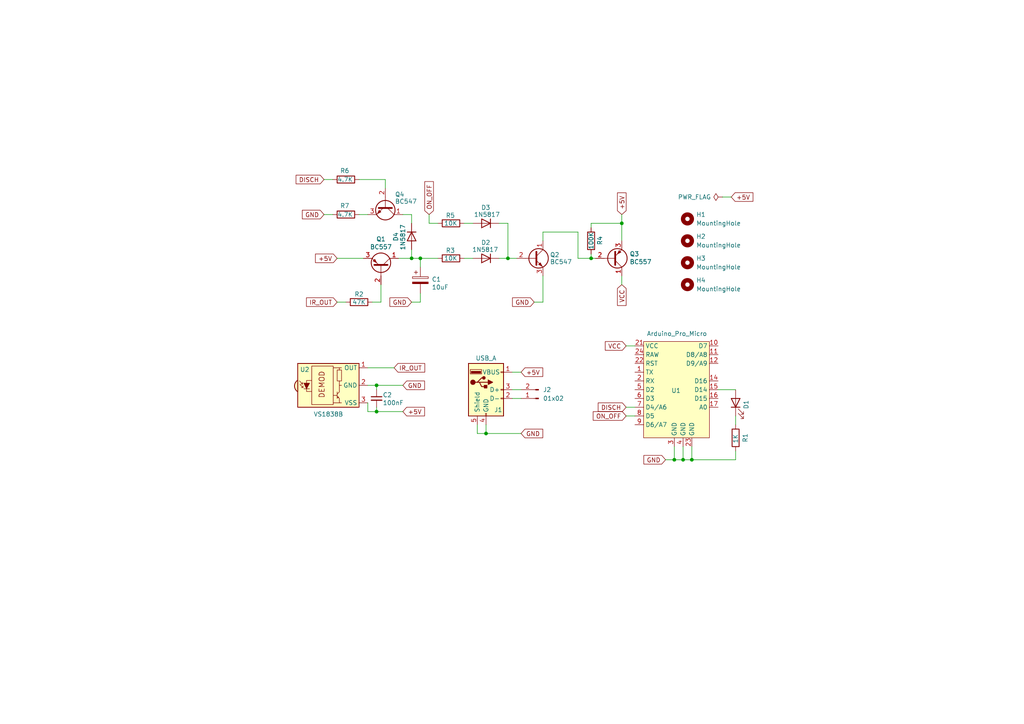
<source format=kicad_sch>
(kicad_sch (version 20250114) (generator "eeschema") (generator_version "9.0")
  (paper "A4")
  (lib_symbols
    (symbol "Connector:Conn_01x02_Pin" (pin_names (offset 1.016) (hide yes))
      (property "Reference" "J" (at 0 2.54 0))
      (property "Value" "Conn_01x02_Pin" (at 0 -5.08 0))
      (symbol "Conn_01x02_Pin_1_1"
        (rectangle (start 0.8636 0.127) (end 0 -0.127) (stroke (width 0.1524)) (fill (type outline)))
        (rectangle (start 0.8636 -2.413) (end 0 -2.667) (stroke (width 0.1524)) (fill (type outline)))
        (polyline (pts (xy 1.27 0) (xy 0.8636 0)) (stroke (width 0.1524)))
        (polyline (pts (xy 1.27 -2.54) (xy 0.8636 -2.54)) (stroke (width 0.1524)))
        (pin passive line (at 5.08 0 180) (length 3.81) (name "Pin_1") (number "1"))
        (pin passive line (at 5.08 -2.54 180) (length 3.81) (name "Pin_2") (number "2"))
      )
    )
    (symbol "Connector:USB_A" (pin_names (offset 1.016))
      (property "Reference" "J1" (at 0 12.7 0))
      (property "Value" "USB_A" (at 0 10.16 0))
      (symbol "USB_A_0_1"
        (rectangle (start -5.08 -7.62) (end 5.08 7.62) (stroke (width 0.254)) (fill (type background)))
        (circle (center -3.81 2.159) (radius 0.635) (stroke (width 0.254)) (fill (type outline)))
        (polyline (pts (xy -3.175 2.159) (xy -2.54 2.159) (xy -1.27 3.429) (xy -0.635 3.429)) (stroke (width 0.254)))
        (polyline (pts (xy -2.54 2.159) (xy -1.905 2.159) (xy -1.27 0.889) (xy 0 0.889)) (stroke (width 0.254)))
        (rectangle (start -1.524 4.826) (end -4.318 5.334) (fill (type outline)))
        (rectangle (start -1.27 4.572) (end -4.572 5.842))
        (circle (center -0.635 3.429) (radius 0.381) (stroke (width 0.254)) (fill (type outline)))
        (rectangle (start -0.127 -7.62) (end 0.127 -6.858))
        (rectangle (start 0.254 1.27) (end -0.508 0.508) (stroke (width 0.254)) (fill (type outline)))
        (polyline (pts (xy 0.635 2.794) (xy 0.635 1.524) (xy 1.905 2.159) (xy 0.635 2.794)) (stroke (width 0.254)) (fill (type outline)))
        (rectangle (start 5.08 4.953) (end 4.318 5.207))
        (rectangle (start 5.08 -0.127) (end 4.318 0.127))
        (rectangle (start 5.08 -2.667) (end 4.318 -2.413))
      )
      (symbol "USB_A_1_1"
        (polyline (pts (xy -1.905 2.159) (xy 0.635 2.159)) (stroke (width 0.254)))
        (pin passive line (at -2.54 -10.16 90) (length 2.54) (name "Shield") (number "5"))
        (pin passive line (at 0 -10.16 90) (length 2.54) (name "GND") (number "4"))
        (pin power_in line (at 7.62 5.08 180) (length 2.54) (name "VBUS") (number "1"))
        (pin free line (at 7.62 0 180) (length 2.54) (name "D+") (number "3"))
        (pin free line (at 7.62 -2.54 180) (length 2.54) (name "D-") (number "2"))
      )
    )
    (symbol "Custom:VS1838B"
      (property "Reference" "U2" (at -8.128 4.572 0))
      (property "Value" "VS1838B" (at -1.27 -8.382 0))
      (symbol "VS1838B_0_0"
        (arc (start -10.287 -1.778) (mid -11.0899 -0.1905) (end -10.287 1.397) (stroke (width 0.254)) (fill (type background)))
        (polyline (pts (xy 1.905 5.08) (xy 0.127 5.08)))
        (polyline (pts (xy 1.905 -5.08) (xy 0.127 -5.08)))
        (text "DEMOD" (at -3.175 0.254 900) (effects (font (size 1.524 1.524))))
      )
      (symbol "VS1838B_0_1"
        (polyline (pts (xy -8.763 0.381) (xy -9.652 1.27)))
        (polyline (pts (xy -8.763 0.381) (xy -9.271 0.381)))
        (polyline (pts (xy -8.763 0.381) (xy -8.763 0.889)))
        (polyline (pts (xy -8.636 -0.635) (xy -9.525 0.254)))
        (polyline (pts (xy -8.636 -0.635) (xy -9.144 -0.635)))
        (polyline (pts (xy -8.636 -0.635) (xy -8.636 -0.127)))
        (polyline (pts (xy -8.382 0.635) (xy -6.731 0.635) (xy -7.62 -1.016) (xy -8.382 0.635)) (fill (type outline)))
        (polyline (pts (xy -8.382 -1.016) (xy -6.731 -1.016)))
        (rectangle (start -6.096 5.588) (end 0.127 -5.588))
        (polyline (pts (xy -6.096 1.397) (xy -7.62 1.397) (xy -7.62 -1.778) (xy -6.096 -1.778)))
        (polyline (pts (xy 1.27 -1.905) (xy 1.27 -3.81)))
        (polyline (pts (xy 1.27 -2.54) (xy 1.905 -1.905) (xy 1.905 0) (xy 2.54 0)))
        (polyline (pts (xy 1.27 -2.921) (xy 0.127 -2.921)))
        (polyline (pts (xy 1.27 -3.175) (xy 1.905 -3.81) (xy 1.905 -5.08) (xy 2.54 -5.08)))
        (polyline (pts (xy 1.397 -3.556) (xy 1.524 -3.556)))
        (polyline (pts (xy 1.651 -3.556) (xy 1.524 -3.556)))
        (polyline (pts (xy 1.651 -3.556) (xy 1.651 -3.302)))
        (polyline (pts (xy 1.905 4.445) (xy 1.905 5.08) (xy 2.54 5.08)))
        (polyline (pts (xy 1.905 0) (xy 1.905 1.27)))
        (rectangle (start 2.54 1.27) (end 1.27 4.445))
        (rectangle (start 7.62 6.35) (end -10.16 -6.35) (stroke (width 0.254)) (fill (type background)))
      )
      (symbol "VS1838B_1_1"
        (pin output line (at 10.16 5.08 180) (length 2.54) (name "OUT") (number "1"))
        (pin passive line (at 10.16 0 180) (length 2.54) (name "GND") (number "2"))
        (pin power_in line (at 10.16 -5.08 180) (length 2.54) (name "VSS") (number "3"))
      )
    )
    (symbol "Device:C_Polarized" (pin_numbers (hide yes)) (pin_names (offset 0.254))
      (property "Reference" "C" (at 0.635 2.54 0))
      (property "Value" "C_Polarized" (at 0.635 -2.54 0))
      (symbol "C_Polarized_0_1"
        (rectangle (start -2.286 0.508) (end 2.286 1.016))
        (polyline (pts (xy -1.778 2.286) (xy -0.762 2.286)))
        (polyline (pts (xy -1.27 2.794) (xy -1.27 1.778)))
        (rectangle (start 2.286 -0.508) (end -2.286 -1.016) (fill (type outline)))
      )
      (symbol "C_Polarized_1_1"
        (pin passive line (at 0 3.81 270) (length 2.794) (name "~") (number "1"))
        (pin passive line (at 0 -3.81 90) (length 2.794) (name "~") (number "2"))
      )
    )
    (symbol "Device:D" (pin_numbers (hide yes)) (pin_names (offset 1.016) (hide yes))
      (property "Reference" "D" (at 0 2.54 0))
      (property "Value" "D" (at 0 -2.54 0))
      (symbol "D_0_1"
        (polyline (pts (xy -1.27 1.27) (xy -1.27 -1.27)) (stroke (width 0.254)))
        (polyline (pts (xy 1.27 1.27) (xy 1.27 -1.27) (xy -1.27 0) (xy 1.27 1.27)) (stroke (width 0.254)))
        (polyline (pts (xy 1.27 0) (xy -1.27 0)))
      )
      (symbol "D_1_1"
        (pin passive line (at -3.81 0 0) (length 2.54) (name "K") (number "1"))
        (pin passive line (at 3.81 0 180) (length 2.54) (name "A") (number "2"))
      )
    )
    (symbol "Device:LED" (pin_numbers (hide yes)) (pin_names (offset 1.016) (hide yes))
      (property "Reference" "D" (at 0 2.54 0))
      (property "Value" "LED" (at 0 -2.54 0))
      (symbol "LED_0_1"
        (polyline (pts (xy -3.048 -0.762) (xy -4.572 -2.286) (xy -3.81 -2.286) (xy -4.572 -2.286) (xy -4.572 -1.524)))
        (polyline (pts (xy -1.778 -0.762) (xy -3.302 -2.286) (xy -2.54 -2.286) (xy -3.302 -2.286) (xy -3.302 -1.524)))
        (polyline (pts (xy -1.27 0) (xy 1.27 0)))
        (polyline (pts (xy -1.27 -1.27) (xy -1.27 1.27)) (stroke (width 0.254)))
        (polyline (pts (xy 1.27 -1.27) (xy 1.27 1.27) (xy -1.27 0) (xy 1.27 -1.27)) (stroke (width 0.254)))
      )
      (symbol "LED_1_1"
        (pin passive line (at -3.81 0 0) (length 2.54) (name "K") (number "1"))
        (pin passive line (at 3.81 0 180) (length 2.54) (name "A") (number "2"))
      )
    )
    (symbol "Device:R" (pin_numbers (hide yes)) (pin_names (offset 0))
      (property "Reference" "R" (at 2.032 0 90))
      (property "Value" "R" (at 0 0 90))
      (symbol "R_0_1"
        (rectangle (start -1.016 -2.54) (end 1.016 2.54) (stroke (width 0.254)))
      )
      (symbol "R_1_1"
        (pin passive line (at 0 3.81 270) (length 1.27) (name "~") (number "1"))
        (pin passive line (at 0 -3.81 90) (length 1.27) (name "~") (number "2"))
      )
    )
    (symbol "Mechanical:MountingHole" (pin_names (offset 1.016)) (in_bom no)
      (property "Reference" "H" (at 0 5.08 0))
      (property "Value" "MountingHole" (at 0 3.175 0))
      (symbol "MountingHole_0_1"
        (circle (center 0 0) (radius 1.27) (stroke (width 1.27)))
      )
    )
    (symbol "PCM_SparkFun-Board:ProMicroC"
      (property "Reference" "U1" (at 9.398 -15.494 0))
      (property "Value" "Arduino_Pro_Micro" (at 9.652 1.016 0))
      (symbol "ProMicroC_1_1"
        (rectangle (start 0 -1.27) (end 19.05 -29.21) (fill (type background)))
        (pin input line (at -2.54 -2.54 0) (length 2.54) (name "VCC") (number "21"))
        (pin free line (at -2.54 -5.08 0) (length 2.54) (name "RAW") (number "24"))
        (pin free line (at -2.54 -7.62 0) (length 2.54) (name "RST") (number "22"))
        (pin free line (at -2.54 -10.16 0) (length 2.54) (name "TX") (number "1"))
        (pin free line (at -2.54 -12.7 0) (length 2.54) (name "RX") (number "2"))
        (pin free line (at -2.54 -15.24 0) (length 2.54) (name "D2") (number "5"))
        (pin free line (at -2.54 -17.78 0) (length 2.54) (name "D3") (number "6"))
        (pin free line (at -2.54 -20.32 0) (length 2.54) (name "D4/A6") (number "7"))
        (pin free line (at -2.54 -22.86 0) (length 2.54) (name "D5") (number "8"))
        (pin free line (at -2.54 -25.4 0) (length 2.54) (name "D6/A7") (number "9"))
        (pin passive line (at 8.89 -31.75 90) (length 2.54) (name "GND") (number "3"))
        (pin passive line (at 11.43 -31.75 90) (length 2.54) (name "GND") (number "4"))
        (pin passive line (at 13.97 -31.75 90) (length 2.54) (name "GND") (number "23"))
        (pin free line (at 21.59 -2.54 180) (length 2.54) (name "D7") (number "10"))
        (pin free line (at 21.59 -5.08 180) (length 2.54) (name "D8/A8") (number "11"))
        (pin free line (at 21.59 -7.62 180) (length 2.54) (name "D9/A9") (number "12"))
        (pin free line (at 21.59 -12.7 180) (length 2.54) (name "D16") (number "14"))
        (pin input line (at 21.59 -15.24 180) (length 2.54) (name "D14") (number "15"))
        (pin free line (at 21.59 -17.78 180) (length 2.54) (name "D15") (number "16"))
        (pin free line (at 21.59 -20.32 180) (length 2.54) (name "A0") (number "17"))
      )
    )
    (symbol "PCM_SparkFun-Capacitor:C" (pin_numbers (hide yes)) (pin_names (offset 0.254))
      (property "Reference" "C" (at 0.635 2.54 0))
      (property "Value" "C" (at 0.635 -2.54 0))
      (property "Voltage" "1kV" (at 0 -6.35 0))
      (property "Tolerance" "100%" (at 0 -8.89 0))
      (symbol "C_0_1"
        (polyline (pts (xy -1.524 0.508) (xy 1.524 0.508)) (stroke (width 0.3048)))
        (polyline (pts (xy -1.524 -0.508) (xy 1.524 -0.508)) (stroke (width 0.3302)))
      )
      (symbol "C_1_1"
        (pin passive line (at 0 2.54 270) (length 2.032) (name "~") (number "1"))
        (pin passive line (at 0 -2.54 90) (length 2.032) (name "~") (number "2"))
      )
    )
    (symbol "Transistor_BJT:BC547" (pin_names (offset 0) (hide yes))
      (property "Reference" "Q" (at 5.08 1.905 0))
      (property "Value" "BC547" (at 5.08 0 0))
      (symbol "BC547_0_1"
        (polyline (pts (xy -2.54 0) (xy 0.635 0)))
        (polyline (pts (xy 0.635 1.905) (xy 0.635 -1.905)) (stroke (width 0.508)))
        (circle (center 1.27 0) (radius 2.8194) (stroke (width 0.254)))
      )
      (symbol "BC547_1_1"
        (polyline (pts (xy 0.635 0.635) (xy 2.54 2.54)))
        (polyline (pts (xy 0.635 -0.635) (xy 2.54 -2.54)))
        (polyline (pts (xy 1.27 -1.778) (xy 1.778 -1.27) (xy 2.286 -2.286) (xy 1.27 -1.778)) (fill (type outline)))
        (pin input line (at -5.08 0 0) (length 2.54) (name "B") (number "2"))
        (pin passive line (at 2.54 5.08 270) (length 2.54) (name "C") (number "1"))
        (pin passive line (at 2.54 -5.08 90) (length 2.54) (name "E") (number "3"))
      )
    )
    (symbol "Transistor_BJT:BC557" (pin_names (offset 0) (hide yes))
      (property "Reference" "Q" (at 5.08 1.905 0))
      (property "Value" "BC557" (at 5.08 0 0))
      (symbol "BC557_0_1"
        (polyline (pts (xy -2.54 0) (xy 0.635 0)))
        (polyline (pts (xy 0.635 1.905) (xy 0.635 -1.905)) (stroke (width 0.508)))
        (polyline (pts (xy 0.635 0.635) (xy 2.54 2.54)))
        (polyline (pts (xy 0.635 -0.635) (xy 2.54 -2.54)))
        (circle (center 1.27 0) (radius 2.8194) (stroke (width 0.254)))
        (polyline (pts (xy 2.286 -1.778) (xy 1.778 -2.286) (xy 1.27 -1.27) (xy 2.286 -1.778)) (fill (type outline)))
      )
      (symbol "BC557_1_1"
        (pin input line (at -5.08 0 0) (length 2.54) (name "B") (number "2"))
        (pin passive line (at 2.54 5.08 270) (length 2.54) (name "C") (number "1"))
        (pin passive line (at 2.54 -5.08 90) (length 2.54) (name "E") (number "3"))
      )
    )
    (symbol "power:PWR_FLAG" (power) (pin_numbers (hide yes)) (pin_names (offset 0) (hide yes))
      (property "Value" "PWR_FLAG" (at 0 3.81 0))
      (symbol "PWR_FLAG_0_0"
        (pin power_out line (at 0 0 90) (length 0) (name "~") (number "1"))
      )
      (symbol "PWR_FLAG_0_1"
        (polyline (pts (xy 0 0) (xy 0 1.27) (xy -1.016 1.905) (xy 0 2.54) (xy 1.016 1.905) (xy 0 1.27)))
      )
    )
  )
  (junction (at 180.34 64.77))
  (junction (at 147.32 74.93))
  (junction (at 121.92 74.93))
  (junction (at 109.22 111.76))
  (junction (at 171.45 74.93))
  (junction (at 140.97 125.73))
  (junction (at 200.66 133.35))
  (junction (at 195.58 133.35))
  (junction (at 198.12 133.35))
  (junction (at 109.22 119.38))
  (junction (at 119.38 74.93))
  (wire (pts (xy 200.66 133.35) (xy 200.66 129.54)))
  (wire (pts (xy 116.84 111.76) (xy 109.22 111.76)))
  (wire (pts (xy 121.92 85.09) (xy 121.92 87.63)))
  (wire (pts (xy 124.46 64.77) (xy 127 64.77)))
  (wire (pts (xy 144.78 74.93) (xy 147.32 74.93)))
  (wire (pts (xy 151.13 125.73) (xy 140.97 125.73)))
  (wire (pts (xy 93.98 62.23) (xy 96.52 62.23)))
  (wire (pts (xy 119.38 87.63) (xy 121.92 87.63)))
  (wire (pts (xy 93.98 52.07) (xy 96.52 52.07)))
  (wire (pts (xy 119.38 72.39) (xy 119.38 74.93)))
  (wire (pts (xy 121.92 74.93) (xy 127 74.93)))
  (wire (pts (xy 147.32 64.77) (xy 147.32 74.93)))
  (wire (pts (xy 154.94 87.63) (xy 157.48 87.63)))
  (wire (pts (xy 180.34 80.01) (xy 180.34 82.55)))
  (wire (pts (xy 167.64 67.31) (xy 167.64 74.93)))
  (wire (pts (xy 180.34 62.23) (xy 180.34 64.77)))
  (wire (pts (xy 134.62 74.93) (xy 137.16 74.93)))
  (wire (pts (xy 157.48 67.31) (xy 167.64 67.31)))
  (wire (pts (xy 115.57 74.93) (xy 119.38 74.93)))
  (wire (pts (xy 195.58 133.35) (xy 195.58 129.54)))
  (wire (pts (xy 107.95 87.63) (xy 110.49 87.63)))
  (wire (pts (xy 116.84 119.38) (xy 109.22 119.38)))
  (wire (pts (xy 171.45 64.77) (xy 180.34 64.77)))
  (wire (pts (xy 181.61 100.33) (xy 184.15 100.33)))
  (wire (pts (xy 167.64 74.93) (xy 171.45 74.93)))
  (wire (pts (xy 171.45 66.04) (xy 171.45 64.77)))
  (wire (pts (xy 104.14 62.23) (xy 106.68 62.23)))
  (wire (pts (xy 138.43 123.19) (xy 138.43 125.73)))
  (wire (pts (xy 181.61 118.11) (xy 184.15 118.11)))
  (wire (pts (xy 119.38 62.23) (xy 119.38 64.77)))
  (wire (pts (xy 157.48 80.01) (xy 157.48 87.63)))
  (wire (pts (xy 213.36 133.35) (xy 213.36 130.81)))
  (wire (pts (xy 124.46 62.23) (xy 124.46 64.77)))
  (wire (pts (xy 181.61 120.65) (xy 184.15 120.65)))
  (wire (pts (xy 157.48 69.85) (xy 157.48 67.31)))
  (wire (pts (xy 148.59 107.95) (xy 151.13 107.95)))
  (wire (pts (xy 106.68 119.38) (xy 106.68 116.84)))
  (wire (pts (xy 109.22 113.03) (xy 109.22 111.76)))
  (wire (pts (xy 138.43 125.73) (xy 140.97 125.73)))
  (wire (pts (xy 119.38 62.23) (xy 116.84 62.23)))
  (wire (pts (xy 209.55 57.15) (xy 212.09 57.15)))
  (wire (pts (xy 180.34 64.77) (xy 180.34 69.85)))
  (wire (pts (xy 147.32 74.93) (xy 149.86 74.93)))
  (wire (pts (xy 171.45 74.93) (xy 172.72 74.93)))
  (wire (pts (xy 104.14 52.07) (xy 111.76 52.07)))
  (wire (pts (xy 148.59 113.03) (xy 151.13 113.03)))
  (wire (pts (xy 213.36 120.65) (xy 213.36 123.19)))
  (wire (pts (xy 198.12 133.35) (xy 198.12 129.54)))
  (wire (pts (xy 97.79 74.93) (xy 105.41 74.93)))
  (wire (pts (xy 97.79 87.63) (xy 100.33 87.63)))
  (wire (pts (xy 119.38 74.93) (xy 121.92 74.93)))
  (wire (pts (xy 121.92 74.93) (xy 121.92 77.47)))
  (wire (pts (xy 208.28 113.03) (xy 213.36 113.03)))
  (wire (pts (xy 110.49 87.63) (xy 110.49 82.55)))
  (wire (pts (xy 200.66 133.35) (xy 213.36 133.35)))
  (wire (pts (xy 148.59 115.57) (xy 151.13 115.57)))
  (wire (pts (xy 106.68 119.38) (xy 109.22 119.38)))
  (wire (pts (xy 106.68 111.76) (xy 109.22 111.76)))
  (wire (pts (xy 193.04 133.35) (xy 195.58 133.35)))
  (wire (pts (xy 109.22 119.38) (xy 109.22 118.11)))
  (wire (pts (xy 198.12 133.35) (xy 200.66 133.35)))
  (wire (pts (xy 114.3 106.68) (xy 106.68 106.68)))
  (wire (pts (xy 195.58 133.35) (xy 198.12 133.35)))
  (wire (pts (xy 111.76 52.07) (xy 111.76 54.61)))
  (wire (pts (xy 134.62 64.77) (xy 137.16 64.77)))
  (wire (pts (xy 140.97 125.73) (xy 140.97 123.19)))
  (wire (pts (xy 144.78 64.77) (xy 147.32 64.77)))
  (wire (pts (xy 171.45 73.66) (xy 171.45 74.93)))
  (global_label "GND" (shape input) (at 193.04 133.35 180) (property "Intersheetrefs" "${INTERSHEET_REFS}" (effects (hide yes))))
  (global_label "ON_OFF" (shape input) (at 124.46 62.23 90) (property "Intersheetrefs" "${INTERSHEET_REFS}" (effects (hide yes))))
  (global_label "+5V" (shape input) (at 97.79 74.93 180) (property "Intersheetrefs" "${INTERSHEET_REFS}" (effects (hide yes))))
  (global_label "IR_OUT" (shape input) (at 114.3 106.68 0) (property "Intersheetrefs" "${INTERSHEET_REFS}" (effects (hide yes))))
  (global_label "GND" (shape input) (at 116.84 111.76 0) (property "Intersheetrefs" "${INTERSHEET_REFS}" (effects (hide yes))))
  (global_label "+5V" (shape input) (at 116.84 119.38 0) (property "Intersheetrefs" "${INTERSHEET_REFS}" (effects (hide yes))))
  (global_label "GND" (shape input) (at 119.38 87.63 180) (property "Intersheetrefs" "${INTERSHEET_REFS}" (effects (hide yes))))
  (global_label "GND" (shape input) (at 93.98 62.23 180) (property "Intersheetrefs" "${INTERSHEET_REFS}" (effects (hide yes))))
  (global_label "+5V" (shape input) (at 180.34 62.23 90) (property "Intersheetrefs" "${INTERSHEET_REFS}" (effects (hide yes))))
  (global_label "DISCH" (shape input) (at 181.61 118.11 180) (property "Intersheetrefs" "${INTERSHEET_REFS}" (effects (hide yes))))
  (global_label "VCC" (shape input) (at 181.61 100.33 180) (property "Intersheetrefs" "${INTERSHEET_REFS}" (effects (hide yes))))
  (global_label "+5V" (shape input) (at 212.09 57.15 0) (property "Intersheetrefs" "${INTERSHEET_REFS}" (effects (hide yes))))
  (global_label "DISCH" (shape input) (at 93.98 52.07 180) (property "Intersheetrefs" "${INTERSHEET_REFS}" (effects (hide yes))))
  (global_label "GND" (shape input) (at 151.13 125.73 0) (property "Intersheetrefs" "${INTERSHEET_REFS}" (effects (hide yes))))
  (global_label "IR_OUT" (shape input) (at 97.79 87.63 180) (property "Intersheetrefs" "${INTERSHEET_REFS}" (effects (hide yes))))
  (global_label "+5V" (shape input) (at 151.13 107.95 0) (property "Intersheetrefs" "${INTERSHEET_REFS}" (effects (hide yes))))
  (global_label "ON_OFF" (shape input) (at 181.61 120.65 180) (property "Intersheetrefs" "${INTERSHEET_REFS}" (effects (hide yes))))
  (global_label "VCC" (shape input) (at 180.34 82.55 270) (property "Intersheetrefs" "${INTERSHEET_REFS}" (effects (hide yes))))
  (global_label "GND" (shape input) (at 154.94 87.63 180) (property "Intersheetrefs" "${INTERSHEET_REFS}" (effects (hide yes))))
  (symbol (lib_id "Connector:Conn_01x02_Pin") (at 156.21 115.57 180) (unit 1)
    (property "Reference" "J2" (at 157.48 113.0299 0) (effects (justify right)))
    (property "Value" "01x02" (at 157.48 115.5699 0) (effects (justify right)))
    (property "Footprint" "Connector_JST:JST_EH_B2B-EH-A_1x02_P2.50mm_Vertical" (effects (hide yes)))
    (property "Description" "Generic connector, single row, 01x02, script generated" (effects (hide yes)))
  )
  (symbol (lib_id "Device:R") (at 130.81 64.77 270) (unit 1)
    (property "Reference" "R5" (at 129.286 62.484 90) (effects (justify left)))
    (property "Value" "10K" (at 128.778 64.77 90) (effects (justify left)))
    (property "Footprint" "Resistor_THT:R_Axial_DIN0207_L6.3mm_D2.5mm_P5.08mm_Vertical" (effects (hide yes)))
    (property "Description" "Resistor" (effects (hide yes)))
  )
  (symbol (lib_id "PCM_SparkFun-Board:ProMicroC") (at 186.69 97.79 0) (unit 1)
    (property "Reference" "U1" (at 196.088 113.284 0))
    (property "Value" "Arduino_Pro_Micro" (at 196.342 96.774 0))
    (property "Footprint" "Custom:Arduino_Pro_Micro" (effects (hide yes)))
    (property "Datasheet" "https://www.sparkfun.com/products/15795" (effects (hide yes)))
  )
  (symbol (lib_id "Device:LED") (at 213.36 116.84 90) (unit 1)
    (property "Reference" "D1" (at 216.408 117.348 0))
    (property "Value" "LED" (effects (hide yes)))
    (property "Footprint" "LED_THT:LED_D5.0mm" (effects (hide yes)))
    (property "Description" "Light emitting diode" (effects (hide yes)))
    (property "Sim.Pins" "1=K 2=A" (effects (hide yes)))
  )
  (symbol (lib_id "Device:D") (at 119.38 68.58 270) (unit 1)
    (property "Reference" "D4" (at 114.808 67.31 0) (effects (justify left)))
    (property "Value" "1N5817" (at 116.84 65.024 0) (effects (justify left)))
    (property "Footprint" "Diode_THT:D_DO-35_SOD27_P7.62mm_Horizontal" (effects (hide yes)))
    (property "Description" "Diode" (effects (hide yes)))
    (property "Sim.Device" "D" (effects (hide yes)))
    (property "Sim.Pins" "1=K 2=A" (effects (hide yes)))
  )
  (symbol (lib_id "Transistor_BJT:BC557") (at 177.8 74.93 0) (mirror x) (unit 1)
    (property "Reference" "Q3" (at 182.626 73.66 0) (effects (justify left)))
    (property "Value" "BC557" (at 182.626 75.946 0) (effects (justify left)))
    (property "Footprint" "Package_TO_SOT_THT:TO-92_Inline" (effects (hide yes)))
    (property "Datasheet" "https://www.onsemi.com/pub/Collateral/BC556BTA-D.pdf" (effects (hide yes)))
    (property "Description" "0.1A Ic, 45V Vce, PNP Small Signal Transistor, TO-92" (effects (hide yes)))
  )
  (symbol (lib_id "Device:R") (at 104.14 87.63 90) (unit 1)
    (property "Reference" "R2" (at 104.14 85.344 90))
    (property "Value" "47K" (at 104.14 87.63 90))
    (property "Footprint" "Resistor_THT:R_Axial_DIN0207_L6.3mm_D2.5mm_P5.08mm_Vertical" (effects (hide yes)))
    (property "Description" "Resistor" (effects (hide yes)))
  )
  (symbol (lib_id "Mechanical:MountingHole") (at 199.39 63.5 0) (unit 1) (in_bom no)
    (property "Reference" "H1" (at 201.93 62.2299 0) (effects (justify left)))
    (property "Value" "MountingHole" (at 201.93 64.7699 0) (effects (justify left)))
    (property "Footprint" "MountingHole:MountingHole_2mm" (effects (hide yes)))
    (property "Description" "Mounting Hole without connection" (effects (hide yes)))
  )
  (symbol (lib_id "Mechanical:MountingHole") (at 199.39 82.55 0) (unit 1) (in_bom no)
    (property "Reference" "H4" (at 201.93 81.2799 0) (effects (justify left)))
    (property "Value" "MountingHole" (at 201.93 83.8199 0) (effects (justify left)))
    (property "Footprint" "MountingHole:MountingHole_2mm" (effects (hide yes)))
    (property "Description" "Mounting Hole without connection" (effects (hide yes)))
  )
  (symbol (lib_id "Transistor_BJT:BC547") (at 154.94 74.93 0) (unit 1)
    (property "Reference" "Q2" (at 159.512 73.914 0) (effects (justify left)))
    (property "Value" "BC547" (at 159.512 75.946 0) (effects (justify left)))
    (property "Footprint" "Package_TO_SOT_THT:TO-92_Inline" (effects (hide yes)))
    (property "Datasheet" "https://www.onsemi.com/pub/Collateral/BC550-D.pdf" (effects (hide yes)))
    (property "Description" "0.1A Ic, 45V Vce, Small Signal NPN Transistor, TO-92" (effects (hide yes)))
  )
  (symbol (lib_id "Transistor_BJT:BC547") (at 111.76 59.69 270) (unit 1)
    (property "Reference" "Q4" (at 114.554 56.388 90) (effects (justify left)))
    (property "Value" "BC547" (at 114.554 58.42 90) (effects (justify left)))
    (property "Footprint" "Package_TO_SOT_THT:TO-92_Inline" (effects (hide yes)))
    (property "Datasheet" "https://www.onsemi.com/pub/Collateral/BC550-D.pdf" (effects (hide yes)))
    (property "Description" "0.1A Ic, 45V Vce, Small Signal NPN Transistor, TO-92" (effects (hide yes)))
  )
  (symbol (lib_id "Mechanical:MountingHole") (at 199.39 76.2 0) (unit 1) (in_bom no)
    (property "Reference" "H3" (at 201.93 74.9299 0) (effects (justify left)))
    (property "Value" "MountingHole" (at 201.93 77.4699 0) (effects (justify left)))
    (property "Footprint" "MountingHole:MountingHole_2mm" (effects (hide yes)))
    (property "Description" "Mounting Hole without connection" (effects (hide yes)))
  )
  (symbol (lib_id "Device:R") (at 130.81 74.93 270) (unit 1)
    (property "Reference" "R3" (at 129.286 72.644 90) (effects (justify left)))
    (property "Value" "10K" (at 128.778 74.93 90) (effects (justify left)))
    (property "Footprint" "Resistor_THT:R_Axial_DIN0207_L6.3mm_D2.5mm_P5.08mm_Vertical" (effects (hide yes)))
    (property "Description" "Resistor" (effects (hide yes)))
  )
  (symbol (lib_id "Device:R") (at 100.33 62.23 90) (unit 1)
    (property "Reference" "R7" (at 101.346 59.69 90) (effects (justify left)))
    (property "Value" "4.7K" (at 102.362 62.23 90) (effects (justify left)))
    (property "Footprint" "Resistor_THT:R_Axial_DIN0207_L6.3mm_D2.5mm_P5.08mm_Vertical" (effects (hide yes)))
    (property "Description" "Resistor" (effects (hide yes)))
  )
  (symbol (lib_id "Transistor_BJT:BC557") (at 110.49 77.47 270) (mirror x) (unit 1)
    (property "Reference" "Q1" (at 110.49 69.342 90))
    (property "Value" "BC557" (at 110.49 71.628 90))
    (property "Footprint" "Package_TO_SOT_THT:TO-92_Inline" (effects (hide yes)))
    (property "Datasheet" "https://www.onsemi.com/pub/Collateral/BC556BTA-D.pdf" (effects (hide yes)))
    (property "Description" "0.1A Ic, 45V Vce, PNP Small Signal Transistor, TO-92" (effects (hide yes)))
  )
  (symbol (lib_id "Device:C_Polarized") (at 121.92 81.28 0) (unit 1)
    (property "Reference" "C1" (at 125.222 81.026 0) (effects (justify left)))
    (property "Value" "10uF" (at 125.222 83.312 0) (effects (justify left)))
    (property "Footprint" "Capacitor_THT:CP_Radial_D5.0mm_P2.50mm" (effects (hide yes)))
    (property "Description" "Polarized capacitor" (effects (hide yes)))
  )
  (symbol (lib_id "Custom:VS1838B") (at 96.52 111.76 0) (unit 1)
    (property "Reference" "U2" (at 88.392 107.188 0))
    (property "Value" "VS1838B" (at 95.25 120.142 0))
    (property "Footprint" "OptoDevice:Vishay_MINICAST-3Pin" (effects (hide yes)))
    (property "Datasheet" "Datasheet not available" (effects (hide yes)))
    (property "Description" "IR Sensor for Remote Control Systems" (effects (hide yes)))
  )
  (symbol (lib_id "Device:R") (at 213.36 127 0) (unit 1)
    (property "Reference" "R1" (at 216.154 127 90))
    (property "Value" "1K" (at 213.36 127.254 90))
    (property "Footprint" "Resistor_THT:R_Axial_DIN0207_L6.3mm_D2.5mm_P5.08mm_Vertical" (effects (hide yes)))
    (property "Description" "Resistor" (effects (hide yes)))
  )
  (symbol (lib_id "Connector:USB_A") (at 140.97 113.03 0) (unit 1)
    (property "Reference" "J1" (at 144.526 118.872 0))
    (property "Value" "USB_A" (at 140.97 103.886 0))
    (property "Footprint" "Connector_USB:USB_A_Molex_67643_Horizontal" (effects (hide yes)))
    (property "Description" "USB Type A connector" (effects (hide yes)))
  )
  (symbol (lib_id "Device:R") (at 100.33 52.07 90) (unit 1)
    (property "Reference" "R6" (at 101.346 49.53 90) (effects (justify left)))
    (property "Value" "4.7K" (at 102.362 52.07 90) (effects (justify left)))
    (property "Footprint" "Resistor_THT:R_Axial_DIN0207_L6.3mm_D2.5mm_P5.08mm_Vertical" (effects (hide yes)))
    (property "Description" "Resistor" (effects (hide yes)))
  )
  (symbol (lib_id "Device:D") (at 140.97 64.77 180) (unit 1)
    (property "Reference" "D3" (at 142.24 60.198 0) (effects (justify left)))
    (property "Value" "1N5817" (at 145.034 62.23 0) (effects (justify left)))
    (property "Footprint" "Diode_THT:D_DO-35_SOD27_P7.62mm_Horizontal" (effects (hide yes)))
    (property "Description" "Diode" (effects (hide yes)))
    (property "Sim.Device" "D" (effects (hide yes)))
    (property "Sim.Pins" "1=K 2=A" (effects (hide yes)))
  )
  (symbol (lib_id "power:PWR_FLAG") (at 209.55 57.15 90) (unit 1)
    (property "Reference" "#FLG01" (effects (hide yes)))
    (property "Value" "PWR_FLAG" (at 206.248 57.15 90) (effects (justify left)))
    (property "Description" "Special symbol for telling ERC where power comes from" (effects (hide yes)))
  )
  (symbol (lib_id "Device:D") (at 140.97 74.93 180) (unit 1)
    (property "Reference" "D2" (at 142.24 70.358 0) (effects (justify left)))
    (property "Value" "1N5817" (at 144.526 72.39 0) (effects (justify left)))
    (property "Footprint" "Diode_THT:D_DO-35_SOD27_P7.62mm_Horizontal" (effects (hide yes)))
    (property "Description" "Diode" (effects (hide yes)))
    (property "Sim.Device" "D" (effects (hide yes)))
    (property "Sim.Pins" "1=K 2=A" (effects (hide yes)))
  )
  (symbol (lib_id "PCM_SparkFun-Capacitor:C") (at 109.22 115.57 0) (unit 1)
    (property "Reference" "C2" (at 110.998 114.554 0) (effects (justify left)))
    (property "Value" "100nF" (at 110.998 116.84 0) (effects (justify left)))
    (property "Footprint" "Capacitor_THT:C_Disc_D6.0mm_W2.5mm_P5.00mm" (effects (hide yes)))
    (property "Datasheet" "https://cdn.sparkfun.com/assets/8/a/4/a/5/Kemet_Capacitor_Datasheet.pdf" (effects (hide yes)))
    (property "Description" "Unpolarized capacitor" (effects (hide yes)))
    (property "PROD_ID" "CAP-00000" (effects (hide yes)))
    (property "Voltage" "1kV" (effects (hide yes)))
    (property "Tolerance" "100%" (effects (hide yes)))
  )
  (symbol (lib_id "Mechanical:MountingHole") (at 199.39 69.85 0) (unit 1) (in_bom no)
    (property "Reference" "H2" (at 201.93 68.5799 0) (effects (justify left)))
    (property "Value" "MountingHole" (at 201.93 71.1199 0) (effects (justify left)))
    (property "Footprint" "MountingHole:MountingHole_2mm" (effects (hide yes)))
    (property "Description" "Mounting Hole without connection" (effects (hide yes)))
  )
  (symbol (lib_id "Device:R") (at 171.45 69.85 0) (unit 1)
    (property "Reference" "R4" (at 173.99 71.12 90) (effects (justify left)))
    (property "Value" "100K" (at 171.45 72.39 90) (effects (justify left)))
    (property "Footprint" "Resistor_THT:R_Axial_DIN0207_L6.3mm_D2.5mm_P5.08mm_Vertical" (effects (hide yes)))
    (property "Description" "Resistor" (effects (hide yes)))
  )
)
</source>
